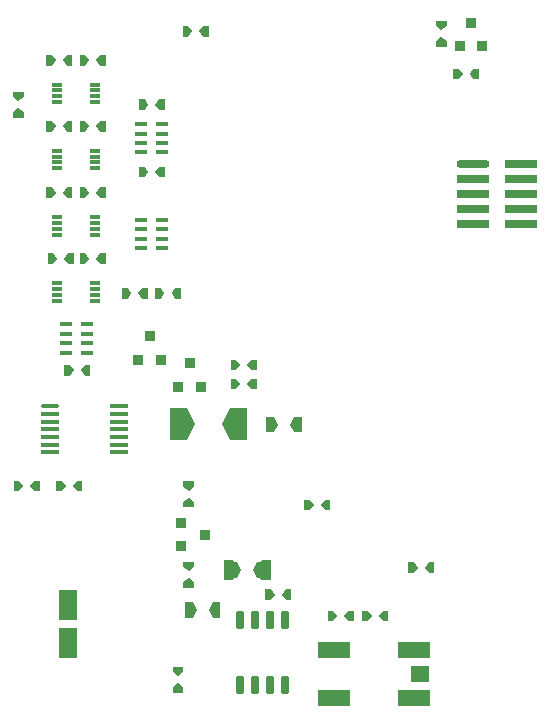
<source format=gtp>
G04*
G04 #@! TF.GenerationSoftware,Altium Limited,Altium Designer,22.6.1 (34)*
G04*
G04 Layer_Color=13431551*
%FSAX44Y44*%
%MOMM*%
G71*
G04*
G04 #@! TF.SameCoordinates,3ED828DF-7C99-4F06-8B8B-480B9A04C0B7*
G04*
G04*
G04 #@! TF.FilePolarity,Positive*
G04*
G01*
G75*
%ADD20R,1.5500X2.5500*%
%ADD21R,0.9000X0.3000*%
%ADD22R,1.5000X0.4000*%
%ADD23O,1.5000X0.4000*%
%ADD24R,0.9500X0.9000*%
%ADD25R,0.9000X0.9500*%
%ADD26R,1.0000X0.4000*%
%ADD27R,2.7940X0.7366*%
%ADD28O,2.7940X0.7366*%
G04:AMPARAMS|DCode=29|XSize=0.6mm|YSize=1.45mm|CornerRadius=0.051mm|HoleSize=0mm|Usage=FLASHONLY|Rotation=180.000|XOffset=0mm|YOffset=0mm|HoleType=Round|Shape=RoundedRectangle|*
%AMROUNDEDRECTD29*
21,1,0.6000,1.3480,0,0,180.0*
21,1,0.4980,1.4500,0,0,180.0*
1,1,0.1020,-0.2490,0.6740*
1,1,0.1020,0.2490,0.6740*
1,1,0.1020,0.2490,-0.6740*
1,1,0.1020,-0.2490,-0.6740*
%
%ADD29ROUNDEDRECTD29*%
%ADD30R,1.6500X1.4000*%
%ADD31R,2.7500X1.4000*%
G36*
X01559230Y01110100D02*
X01554730Y01106850D01*
X01550230Y01110100D01*
Y01114850D01*
X01559230D01*
Y01110100D01*
D02*
G37*
G36*
X01357730Y01101350D02*
X01352980D01*
X01349730Y01105850D01*
X01352980Y01110350D01*
X01357730D01*
Y01101350D01*
D02*
G37*
G36*
X01343730Y01105850D02*
X01340480Y01101350D01*
X01335730D01*
Y01110350D01*
X01340480D01*
X01343730Y01105850D01*
D02*
G37*
G36*
X01559230Y01097600D02*
Y01092850D01*
X01550230D01*
Y01097600D01*
X01554730Y01100850D01*
X01559230Y01097600D01*
D02*
G37*
G36*
X01270480Y01076850D02*
X01265730D01*
X01262480Y01081350D01*
X01265730Y01085850D01*
X01270480D01*
Y01076850D01*
D02*
G37*
G36*
X01256480Y01081350D02*
X01253230Y01076850D01*
X01248480D01*
Y01085850D01*
X01253230D01*
X01256480Y01081350D01*
D02*
G37*
G36*
X01242480Y01076850D02*
X01237730D01*
X01234480Y01081350D01*
X01237730Y01085850D01*
X01242480D01*
Y01076850D01*
D02*
G37*
G36*
X01228480Y01081350D02*
X01225230Y01076850D01*
X01220480D01*
Y01085850D01*
X01225230D01*
X01228480Y01081350D01*
D02*
G37*
G36*
X01586730Y01065350D02*
X01581980D01*
X01578730Y01069850D01*
X01581980Y01074350D01*
X01586730D01*
Y01065350D01*
D02*
G37*
G36*
X01572730Y01069850D02*
X01569480Y01065350D01*
X01564730D01*
Y01074350D01*
X01569480D01*
X01572730Y01069850D01*
D02*
G37*
G36*
X01201230Y01050100D02*
X01196730Y01046850D01*
X01192230Y01050100D01*
Y01054850D01*
X01201230D01*
Y01050100D01*
D02*
G37*
G36*
X01320730Y01039350D02*
X01315980D01*
X01312730Y01043850D01*
X01315980Y01048350D01*
X01320730D01*
Y01039350D01*
D02*
G37*
G36*
X01306730Y01043850D02*
X01303480Y01039350D01*
X01298730D01*
Y01048350D01*
X01303480D01*
X01306730Y01043850D01*
D02*
G37*
G36*
X01201230Y01037600D02*
Y01032850D01*
X01192230D01*
Y01037600D01*
X01196730Y01040850D01*
X01201230Y01037600D01*
D02*
G37*
G36*
X01270480Y01020850D02*
X01265730D01*
X01262480Y01025350D01*
X01265730Y01029850D01*
X01270480D01*
Y01020850D01*
D02*
G37*
G36*
X01256480Y01025350D02*
X01253230Y01020850D01*
X01248480D01*
Y01029850D01*
X01253230D01*
X01256480Y01025350D01*
D02*
G37*
G36*
X01242480Y01020850D02*
X01237730D01*
X01234480Y01025350D01*
X01237730Y01029850D01*
X01242480D01*
Y01020850D01*
D02*
G37*
G36*
X01228480Y01025350D02*
X01225230Y01020850D01*
X01220480D01*
Y01029850D01*
X01225230D01*
X01228480Y01025350D01*
D02*
G37*
G36*
X01320730Y00982350D02*
X01315980D01*
X01312730Y00986850D01*
X01315980Y00991350D01*
X01320730D01*
Y00982350D01*
D02*
G37*
G36*
X01306730Y00986850D02*
X01303480Y00982350D01*
X01298730D01*
Y00991350D01*
X01303480D01*
X01306730Y00986850D01*
D02*
G37*
G36*
X01270480Y00964850D02*
X01265730D01*
X01262480Y00969350D01*
X01265730Y00973850D01*
X01270480D01*
Y00964850D01*
D02*
G37*
G36*
X01256480Y00969350D02*
X01253230Y00964850D01*
X01248480D01*
Y00973850D01*
X01253230D01*
X01256480Y00969350D01*
D02*
G37*
G36*
X01242480Y00964850D02*
X01237730D01*
X01234480Y00969350D01*
X01237730Y00973850D01*
X01242480D01*
Y00964850D01*
D02*
G37*
G36*
X01228480Y00969350D02*
X01225230Y00964850D01*
X01220480D01*
Y00973850D01*
X01225230D01*
X01228480Y00969350D01*
D02*
G37*
G36*
X01270480Y00908850D02*
X01265730D01*
X01262480Y00913350D01*
X01265730Y00917850D01*
X01270480D01*
Y00908850D01*
D02*
G37*
G36*
X01256480Y00913350D02*
X01253230Y00908850D01*
X01248480D01*
Y00917850D01*
X01253230D01*
X01256480Y00913350D01*
D02*
G37*
G36*
X01243480Y00908850D02*
X01238730D01*
X01235480Y00913350D01*
X01238730Y00917850D01*
X01243480D01*
Y00908850D01*
D02*
G37*
G36*
X01229480Y00913350D02*
X01226230Y00908850D01*
X01221480D01*
Y00917850D01*
X01226230D01*
X01229480Y00913350D01*
D02*
G37*
G36*
X01334355Y00879600D02*
X01329605D01*
X01326355Y00884100D01*
X01329605Y00888600D01*
X01334355D01*
Y00879600D01*
D02*
G37*
G36*
X01320355Y00884100D02*
X01317105Y00879600D01*
X01312355D01*
Y00888600D01*
X01317105D01*
X01320355Y00884100D01*
D02*
G37*
G36*
X01306355Y00879600D02*
X01301605D01*
X01298355Y00884100D01*
X01301605Y00888600D01*
X01306355D01*
Y00879600D01*
D02*
G37*
G36*
X01292355Y00884100D02*
X01289105Y00879600D01*
X01284355D01*
Y00888600D01*
X01289105D01*
X01292355Y00884100D01*
D02*
G37*
G36*
X01398480Y00818850D02*
X01393730D01*
X01390480Y00823350D01*
X01393730Y00827850D01*
X01398480D01*
Y00818850D01*
D02*
G37*
G36*
X01384480Y00823350D02*
X01381230Y00818850D01*
X01376480D01*
Y00827850D01*
X01381230D01*
X01384480Y00823350D01*
D02*
G37*
G36*
X01257730Y00814350D02*
X01252980D01*
X01249730Y00818850D01*
X01252980Y00823350D01*
X01257730D01*
Y00814350D01*
D02*
G37*
G36*
X01243730Y00818850D02*
X01240480Y00814350D01*
X01235730D01*
Y00823350D01*
X01240480D01*
X01243730Y00818850D01*
D02*
G37*
G36*
X01398480Y00802850D02*
X01393730D01*
X01390480Y00807350D01*
X01393730Y00811850D01*
X01398480D01*
Y00802850D01*
D02*
G37*
G36*
X01384480Y00807350D02*
X01381230Y00802850D01*
X01376480D01*
Y00811850D01*
X01381230D01*
X01384480Y00807350D01*
D02*
G37*
G36*
X01436730Y00766350D02*
X01430230D01*
X01426730Y00772850D01*
X01430230Y00779350D01*
X01436730D01*
Y00766350D01*
D02*
G37*
G36*
X01416730Y00772850D02*
X01413230Y00766350D01*
X01406730D01*
Y00779350D01*
X01413230D01*
X01416730Y00772850D01*
D02*
G37*
G36*
X01390230Y00759600D02*
X01376230D01*
X01369230Y00773100D01*
X01376230Y00786600D01*
X01390230D01*
Y00759600D01*
D02*
G37*
G36*
X01346230Y00773100D02*
X01339230Y00759600D01*
X01325230D01*
Y00786600D01*
X01339230D01*
X01346230Y00773100D01*
D02*
G37*
G36*
X01345230Y00720100D02*
X01340730Y00716850D01*
X01336230Y00720100D01*
Y00724850D01*
X01345230D01*
Y00720100D01*
D02*
G37*
G36*
X01250730Y00716350D02*
X01245980D01*
X01242730Y00720850D01*
X01245980Y00725350D01*
X01250730D01*
Y00716350D01*
D02*
G37*
G36*
X01236730Y00720850D02*
X01233480Y00716350D01*
X01228730D01*
Y00725350D01*
X01233480D01*
X01236730Y00720850D01*
D02*
G37*
G36*
X01214730Y00716350D02*
X01209980D01*
X01206730Y00720850D01*
X01209980Y00725350D01*
X01214730D01*
Y00716350D01*
D02*
G37*
G36*
X01200730Y00720850D02*
X01197480Y00716350D01*
X01192730D01*
Y00725350D01*
X01197480D01*
X01200730Y00720850D01*
D02*
G37*
G36*
X01345230Y00707600D02*
Y00702850D01*
X01336230D01*
Y00707600D01*
X01340730Y00710850D01*
X01345230Y00707600D01*
D02*
G37*
G36*
X01460730Y00700350D02*
X01455980D01*
X01452730Y00704850D01*
X01455980Y00709350D01*
X01460730D01*
Y00700350D01*
D02*
G37*
G36*
X01446730Y00704850D02*
X01443480Y00700350D01*
X01438730D01*
Y00709350D01*
X01443480D01*
X01446730Y00704850D01*
D02*
G37*
G36*
X01345230Y00652100D02*
X01340730Y00648850D01*
X01336230Y00652100D01*
Y00656850D01*
X01345230D01*
Y00652100D01*
D02*
G37*
G36*
X01548730Y00647350D02*
X01543980D01*
X01540730Y00651850D01*
X01543980Y00656350D01*
X01548730D01*
Y00647350D01*
D02*
G37*
G36*
X01534730Y00651850D02*
X01531480Y00647350D01*
X01526730D01*
Y00656350D01*
X01531480D01*
X01534730Y00651850D01*
D02*
G37*
G36*
X01410539Y00641310D02*
X01402539D01*
X01401598Y00643310D01*
X01399039D01*
X01395539Y00649810D01*
X01399039Y00656310D01*
X01401598D01*
X01402539Y00658310D01*
X01410539Y00658310D01*
Y00641310D01*
D02*
G37*
G36*
X01379481Y00656310D02*
X01382039D01*
X01385539Y00649810D01*
X01382039Y00643310D01*
X01379481D01*
X01378539Y00641310D01*
X01370539D01*
Y00658310D01*
X01378539D01*
X01379481Y00656310D01*
D02*
G37*
G36*
X01345230Y00639600D02*
Y00634850D01*
X01336230D01*
Y00639600D01*
X01340730Y00642850D01*
X01345230Y00639600D01*
D02*
G37*
G36*
X01427730Y00624350D02*
X01422980D01*
X01419730Y00628850D01*
X01422980Y00633350D01*
X01427730D01*
Y00624350D01*
D02*
G37*
G36*
X01413730Y00628850D02*
X01410480Y00624350D01*
X01405730D01*
Y00633350D01*
X01410480D01*
X01413730Y00628850D01*
D02*
G37*
G36*
X01367730Y00609350D02*
X01361230D01*
X01357730Y00615850D01*
X01361230Y00622350D01*
X01367730D01*
Y00609350D01*
D02*
G37*
G36*
X01347730Y00615850D02*
X01344230Y00609350D01*
X01337730D01*
Y00622350D01*
X01344230D01*
X01347730Y00615850D01*
D02*
G37*
G36*
X01509730Y00606350D02*
X01504980D01*
X01501730Y00610850D01*
X01504980Y00615350D01*
X01509730D01*
Y00606350D01*
D02*
G37*
G36*
X01495730Y00610850D02*
X01492480Y00606350D01*
X01487730D01*
Y00615350D01*
X01492480D01*
X01495730Y00610850D01*
D02*
G37*
G36*
X01480730Y00606350D02*
X01475980D01*
X01472730Y00610850D01*
X01475980Y00615350D01*
X01480730D01*
Y00606350D01*
D02*
G37*
G36*
X01466730Y00610850D02*
X01463480Y00606350D01*
X01458730D01*
Y00615350D01*
X01463480D01*
X01466730Y00610850D01*
D02*
G37*
G36*
X01336230Y00563100D02*
X01331730Y00559850D01*
X01327230Y00563100D01*
Y00567850D01*
X01336230D01*
Y00563100D01*
D02*
G37*
G36*
Y00550600D02*
Y00545850D01*
X01327230D01*
Y00550600D01*
X01331730Y00553850D01*
X01336230Y00550600D01*
D02*
G37*
D20*
X01238730Y00619850D02*
D03*
Y00587850D02*
D03*
D21*
X01229480Y00948850D02*
D03*
Y00943850D02*
D03*
Y00938850D02*
D03*
Y00933850D02*
D03*
X01261480D02*
D03*
Y00938850D02*
D03*
Y00943850D02*
D03*
Y00948850D02*
D03*
X01229480Y01060850D02*
D03*
Y01055850D02*
D03*
Y01050850D02*
D03*
Y01045850D02*
D03*
X01261480D02*
D03*
Y01050850D02*
D03*
Y01055850D02*
D03*
Y01060850D02*
D03*
X01229480Y01004850D02*
D03*
Y00999850D02*
D03*
Y00994850D02*
D03*
Y00989850D02*
D03*
X01261480D02*
D03*
Y00994850D02*
D03*
Y00999850D02*
D03*
Y01004850D02*
D03*
X01229480Y00892850D02*
D03*
Y00887850D02*
D03*
Y00882850D02*
D03*
Y00877850D02*
D03*
X01261480D02*
D03*
Y00882850D02*
D03*
Y00887850D02*
D03*
Y00892850D02*
D03*
D22*
X01281730Y00749350D02*
D03*
Y00755850D02*
D03*
Y00762350D02*
D03*
Y00768850D02*
D03*
Y00775350D02*
D03*
Y00781850D02*
D03*
Y00788350D02*
D03*
X01223730Y00749350D02*
D03*
Y00755850D02*
D03*
Y00762350D02*
D03*
Y00768850D02*
D03*
Y00775350D02*
D03*
Y00781850D02*
D03*
D23*
X01223730Y00788350D02*
D03*
D24*
X01334730Y00670350D02*
D03*
Y00689350D02*
D03*
X01354730Y00679850D02*
D03*
D25*
X01589230Y01093100D02*
D03*
X01570230D02*
D03*
X01579730Y01113100D02*
D03*
X01317230Y00827850D02*
D03*
X01298230D02*
D03*
X01307730Y00847850D02*
D03*
X01351230Y00804850D02*
D03*
X01332230D02*
D03*
X01341730Y00824850D02*
D03*
D26*
X01236730Y00833850D02*
D03*
Y00841850D02*
D03*
Y00849850D02*
D03*
Y00857850D02*
D03*
X01254730Y00833850D02*
D03*
Y00841850D02*
D03*
Y00849850D02*
D03*
Y00857850D02*
D03*
X01300480Y00922350D02*
D03*
Y00930350D02*
D03*
Y00938350D02*
D03*
Y00946350D02*
D03*
X01318480Y00922350D02*
D03*
Y00930350D02*
D03*
Y00938350D02*
D03*
Y00946350D02*
D03*
X01300480Y01003350D02*
D03*
Y01011350D02*
D03*
Y01019350D02*
D03*
Y01027350D02*
D03*
X01318480Y01003350D02*
D03*
Y01011350D02*
D03*
Y01019350D02*
D03*
Y01027350D02*
D03*
D27*
X01622409Y00943020D02*
D03*
X01581769D02*
D03*
X01622409Y00955720D02*
D03*
X01581769D02*
D03*
X01622409Y00968420D02*
D03*
X01581769D02*
D03*
X01622409Y00981120D02*
D03*
X01581769D02*
D03*
X01622409Y00993820D02*
D03*
D28*
X01581769D02*
D03*
D29*
X01422780Y00607100D02*
D03*
X01410080D02*
D03*
X01397380D02*
D03*
X01384680D02*
D03*
X01422780Y00552600D02*
D03*
X01410080D02*
D03*
X01397380D02*
D03*
X01384680D02*
D03*
D30*
X01536980Y00561850D02*
D03*
D31*
X01531480Y00541850D02*
D03*
Y00581850D02*
D03*
X01463980Y00541850D02*
D03*
Y00581850D02*
D03*
M02*

</source>
